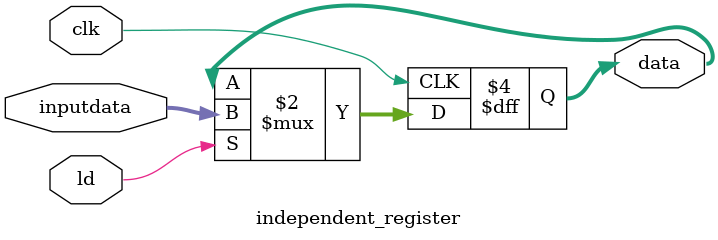
<source format=v>
`timescale 1ns / 1ps


module independent_register(
    input ld,
    input clk,
    input [31:0] inputdata,
    output reg [31:0] data
    );
    
    always@(posedge clk) begin
        if(ld) data <=inputdata;
    end
endmodule

</source>
